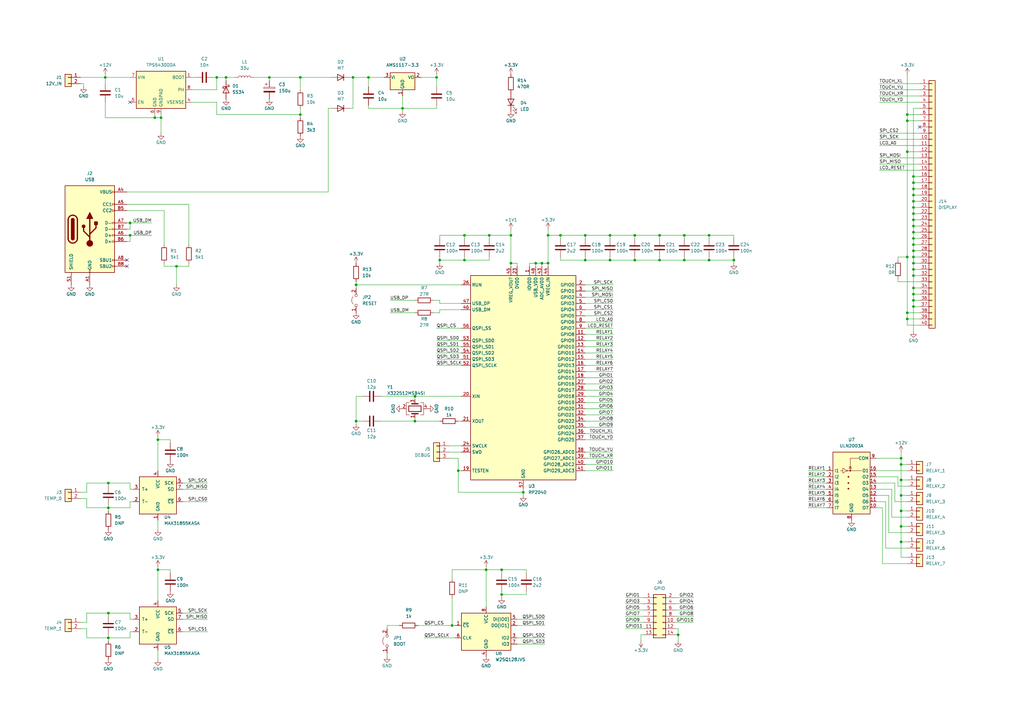
<source format=kicad_sch>
(kicad_sch (version 20211123) (generator eeschema)
  (paper "A3")
  (title_block (comment 1 "Resistors 1% tolerance unless otherwise noted"))
  (junction (at 374.65 90.17))
  (junction (at 44.45 198.12))
  (junction (at 260.35 96.52))
  (junction (at 374.65 97.79))
  (junction (at 372.11 46.99))
  (junction (at 151.13 31.75))
  (junction (at 374.65 85.09))
  (junction (at 180.34 106.68))
  (junction (at 209.55 96.52))
  (junction (at 374.65 92.71))
  (junction (at 374.65 72.39))
  (junction (at 205.74 243.84))
  (junction (at 372.11 49.53))
  (junction (at 280.67 96.52))
  (junction (at 374.65 120.65))
  (junction (at 190.5 106.68))
  (junction (at 369.57 196.85))
  (junction (at 280.67 106.68))
  (junction (at 53.34 91.44))
  (junction (at 224.79 107.95))
  (junction (at 374.65 87.63))
  (junction (at 240.03 96.52))
  (junction (at 270.51 96.52))
  (junction (at 270.51 106.68))
  (junction (at 179.07 31.75))
  (junction (at 374.65 113.03))
  (junction (at 123.19 31.75))
  (junction (at 199.39 233.68))
  (junction (at 110.49 31.75))
  (junction (at 185.42 256.54))
  (junction (at 250.19 106.68))
  (junction (at 190.5 96.52))
  (junction (at 250.19 96.52))
  (junction (at 278.13 260.35))
  (junction (at 224.79 96.52))
  (junction (at 372.11 105.41))
  (junction (at 92.71 31.75))
  (junction (at 44.45 208.28))
  (junction (at 290.83 96.52))
  (junction (at 222.25 107.95))
  (junction (at 146.05 172.72))
  (junction (at 219.71 107.95))
  (junction (at 72.39 109.22))
  (junction (at 187.96 193.04))
  (junction (at 374.65 125.73))
  (junction (at 369.57 222.25))
  (junction (at 369.57 203.2))
  (junction (at 200.66 96.52))
  (junction (at 165.1 44.45))
  (junction (at 229.87 96.52))
  (junction (at 374.65 100.33))
  (junction (at 374.65 107.95))
  (junction (at 372.11 130.81))
  (junction (at 66.04 48.26))
  (junction (at 44.45 251.46))
  (junction (at 372.11 128.27))
  (junction (at 374.65 102.87))
  (junction (at 43.18 31.75))
  (junction (at 63.5 48.26))
  (junction (at 170.18 162.56))
  (junction (at 374.65 118.11))
  (junction (at 260.35 106.68))
  (junction (at 369.57 190.5))
  (junction (at 369.57 215.9))
  (junction (at 64.77 233.68))
  (junction (at 374.65 123.19))
  (junction (at 374.65 77.47))
  (junction (at 369.57 209.55))
  (junction (at 170.18 172.72))
  (junction (at 240.03 106.68))
  (junction (at 300.99 106.68))
  (junction (at 214.63 201.93))
  (junction (at 374.65 105.41))
  (junction (at 369.57 187.96))
  (junction (at 374.65 95.25))
  (junction (at 88.9 31.75))
  (junction (at 146.05 116.84))
  (junction (at 53.34 96.52))
  (junction (at 144.78 31.75))
  (junction (at 374.65 80.01))
  (junction (at 374.65 82.55))
  (junction (at 374.65 74.93))
  (junction (at 64.77 180.34))
  (junction (at 209.55 107.95))
  (junction (at 123.19 46.99))
  (junction (at 290.83 106.68))
  (junction (at 205.74 233.68))
  (junction (at 372.11 62.23))
  (junction (at 44.45 261.62))
  (junction (at 374.65 110.49))
  (no_connect (at 53.34 41.91))
  (no_connect (at 377.19 52.07))
  (no_connect (at 52.07 109.22))
  (no_connect (at 52.07 106.68))
  (wire (pts (xy 300.99 105.41) (xy 300.99 106.68)))
  (wire (pts (xy 369.57 196.85) (xy 369.57 190.5)))
  (wire (pts (xy 212.09 254) (xy 223.52 254)))
  (wire (pts (xy 156.21 162.56) (xy 170.18 162.56)))
  (wire (pts (xy 72.39 109.22) (xy 72.39 116.84)))
  (wire (pts (xy 148.59 162.56) (xy 146.05 162.56)))
  (wire (pts (xy 110.49 31.75) (xy 123.19 31.75)))
  (wire (pts (xy 374.65 85.09) (xy 374.65 87.63)))
  (wire (pts (xy 260.35 106.68) (xy 270.51 106.68)))
  (wire (pts (xy 377.19 123.19) (xy 374.65 123.19)))
  (wire (pts (xy 53.34 205.74) (xy 54.61 205.74)))
  (wire (pts (xy 209.55 96.52) (xy 200.66 96.52)))
  (wire (pts (xy 369.57 196.85) (xy 372.11 196.85)))
  (wire (pts (xy 53.34 251.46) (xy 44.45 251.46)))
  (wire (pts (xy 217.17 107.95) (xy 219.71 107.95)))
  (wire (pts (xy 185.42 245.11) (xy 185.42 256.54)))
  (wire (pts (xy 63.5 46.99) (xy 63.5 48.26)))
  (wire (pts (xy 374.65 100.33) (xy 377.19 100.33)))
  (wire (pts (xy 374.65 113.03) (xy 374.65 118.11)))
  (wire (pts (xy 240.03 96.52) (xy 250.19 96.52)))
  (wire (pts (xy 360.68 36.83) (xy 377.19 36.83)))
  (wire (pts (xy 240.03 129.54) (xy 251.46 129.54)))
  (wire (pts (xy 151.13 31.75) (xy 157.48 31.75)))
  (wire (pts (xy 280.67 96.52) (xy 280.67 97.79)))
  (wire (pts (xy 374.65 125.73) (xy 374.65 135.89)))
  (wire (pts (xy 374.65 105.41) (xy 374.65 107.95)))
  (wire (pts (xy 240.03 154.94) (xy 251.46 154.94)))
  (wire (pts (xy 170.18 163.83) (xy 170.18 162.56)))
  (wire (pts (xy 331.47 208.28) (xy 339.09 208.28)))
  (wire (pts (xy 374.65 105.41) (xy 377.19 105.41)))
  (wire (pts (xy 33.02 31.75) (xy 43.18 31.75)))
  (wire (pts (xy 185.42 237.49) (xy 185.42 233.68)))
  (wire (pts (xy 78.74 41.91) (xy 88.9 41.91)))
  (wire (pts (xy 377.19 49.53) (xy 372.11 49.53)))
  (wire (pts (xy 187.96 172.72) (xy 189.23 172.72)))
  (wire (pts (xy 240.03 172.72) (xy 251.46 172.72)))
  (wire (pts (xy 151.13 44.45) (xy 165.1 44.45)))
  (wire (pts (xy 88.9 46.99) (xy 123.19 46.99)))
  (wire (pts (xy 374.65 85.09) (xy 377.19 85.09)))
  (wire (pts (xy 209.55 107.95) (xy 212.09 107.95)))
  (wire (pts (xy 35.56 251.46) (xy 35.56 255.27)))
  (wire (pts (xy 359.41 193.04) (xy 372.11 193.04)))
  (wire (pts (xy 179.07 35.56) (xy 179.07 31.75)))
  (wire (pts (xy 364.49 218.44) (xy 364.49 203.2)))
  (wire (pts (xy 276.86 257.81) (xy 278.13 257.81)))
  (wire (pts (xy 205.74 243.84) (xy 215.9 243.84)))
  (wire (pts (xy 170.18 172.72) (xy 180.34 172.72)))
  (wire (pts (xy 35.56 261.62) (xy 44.45 261.62)))
  (wire (pts (xy 44.45 251.46) (xy 35.56 251.46)))
  (wire (pts (xy 229.87 96.52) (xy 240.03 96.52)))
  (wire (pts (xy 359.41 187.96) (xy 369.57 187.96)))
  (wire (pts (xy 270.51 96.52) (xy 270.51 97.79)))
  (wire (pts (xy 374.65 118.11) (xy 374.65 120.65)))
  (wire (pts (xy 190.5 106.68) (xy 180.34 106.68)))
  (wire (pts (xy 260.35 96.52) (xy 260.35 97.79)))
  (wire (pts (xy 165.1 39.37) (xy 165.1 44.45)))
  (wire (pts (xy 374.65 90.17) (xy 374.65 92.71)))
  (wire (pts (xy 240.03 193.04) (xy 251.46 193.04)))
  (wire (pts (xy 170.18 162.56) (xy 189.23 162.56)))
  (wire (pts (xy 240.03 167.64) (xy 251.46 167.64)))
  (wire (pts (xy 250.19 96.52) (xy 260.35 96.52)))
  (wire (pts (xy 372.11 133.35) (xy 372.11 130.81)))
  (wire (pts (xy 64.77 270.51) (xy 64.77 266.7)))
  (wire (pts (xy 64.77 233.68) (xy 64.77 246.38)))
  (wire (pts (xy 187.96 201.93) (xy 214.63 201.93)))
  (wire (pts (xy 69.85 181.61) (xy 69.85 180.34)))
  (wire (pts (xy 240.03 152.4) (xy 251.46 152.4)))
  (wire (pts (xy 290.83 96.52) (xy 300.99 96.52)))
  (wire (pts (xy 165.1 44.45) (xy 179.07 44.45)))
  (wire (pts (xy 229.87 105.41) (xy 229.87 106.68)))
  (wire (pts (xy 184.15 185.42) (xy 189.23 185.42)))
  (wire (pts (xy 331.47 198.12) (xy 339.09 198.12)))
  (wire (pts (xy 53.34 96.52) (xy 62.23 96.52)))
  (wire (pts (xy 374.65 110.49) (xy 374.65 113.03)))
  (wire (pts (xy 240.03 149.86) (xy 251.46 149.86)))
  (wire (pts (xy 374.65 87.63) (xy 374.65 90.17)))
  (wire (pts (xy 199.39 233.68) (xy 199.39 248.92)))
  (wire (pts (xy 53.34 96.52) (xy 53.34 99.06)))
  (wire (pts (xy 360.68 57.15) (xy 377.19 57.15)))
  (wire (pts (xy 300.99 97.79) (xy 300.99 96.52)))
  (wire (pts (xy 360.68 41.91) (xy 377.19 41.91)))
  (wire (pts (xy 368.3 199.39) (xy 368.3 195.58)))
  (wire (pts (xy 180.34 105.41) (xy 180.34 106.68)))
  (wire (pts (xy 158.75 257.81) (xy 158.75 256.54)))
  (wire (pts (xy 374.65 80.01) (xy 377.19 80.01)))
  (wire (pts (xy 205.74 233.68) (xy 215.9 233.68)))
  (wire (pts (xy 52.07 78.74) (xy 134.62 78.74)))
  (wire (pts (xy 35.56 204.47) (xy 35.56 208.28)))
  (wire (pts (xy 180.34 123.19) (xy 180.34 124.46)))
  (wire (pts (xy 369.57 203.2) (xy 369.57 196.85)))
  (wire (pts (xy 74.93 251.46) (xy 85.09 251.46)))
  (wire (pts (xy 35.56 201.93) (xy 33.02 201.93)))
  (wire (pts (xy 360.68 54.61) (xy 377.19 54.61)))
  (wire (pts (xy 365.76 212.09) (xy 365.76 200.66)))
  (wire (pts (xy 219.71 107.95) (xy 219.71 109.22)))
  (wire (pts (xy 260.35 105.41) (xy 260.35 106.68)))
  (wire (pts (xy 240.03 106.68) (xy 250.19 106.68)))
  (wire (pts (xy 377.19 130.81) (xy 372.11 130.81)))
  (wire (pts (xy 240.03 121.92) (xy 251.46 121.92)))
  (wire (pts (xy 278.13 262.89) (xy 278.13 260.35)))
  (wire (pts (xy 143.51 31.75) (xy 144.78 31.75)))
  (wire (pts (xy 177.8 128.27) (xy 180.34 128.27)))
  (wire (pts (xy 374.65 92.71) (xy 374.65 95.25)))
  (wire (pts (xy 240.03 96.52) (xy 240.03 97.79)))
  (wire (pts (xy 53.34 208.28) (xy 53.34 205.74)))
  (wire (pts (xy 209.55 107.95) (xy 209.55 96.52)))
  (wire (pts (xy 224.79 107.95) (xy 224.79 109.22)))
  (wire (pts (xy 44.45 261.62) (xy 44.45 262.89)))
  (wire (pts (xy 374.65 107.95) (xy 377.19 107.95)))
  (wire (pts (xy 144.78 44.45) (xy 144.78 31.75)))
  (wire (pts (xy 54.61 254) (xy 53.34 254)))
  (wire (pts (xy 123.19 46.99) (xy 123.19 48.26)))
  (wire (pts (xy 185.42 233.68) (xy 199.39 233.68)))
  (wire (pts (xy 224.79 93.98) (xy 224.79 96.52)))
  (wire (pts (xy 64.77 180.34) (xy 64.77 193.04)))
  (wire (pts (xy 224.79 96.52) (xy 229.87 96.52)))
  (wire (pts (xy 180.34 106.68) (xy 180.34 107.95)))
  (wire (pts (xy 374.65 80.01) (xy 374.65 82.55)))
  (wire (pts (xy 374.65 82.55) (xy 374.65 85.09)))
  (wire (pts (xy 361.95 231.14) (xy 361.95 208.28)))
  (wire (pts (xy 276.86 250.19) (xy 284.48 250.19)))
  (wire (pts (xy 276.86 245.11) (xy 284.48 245.11)))
  (wire (pts (xy 374.65 125.73) (xy 377.19 125.73)))
  (wire (pts (xy 278.13 257.81) (xy 278.13 260.35)))
  (wire (pts (xy 374.65 113.03) (xy 377.19 113.03)))
  (wire (pts (xy 377.19 46.99) (xy 372.11 46.99)))
  (wire (pts (xy 372.11 228.6) (xy 369.57 228.6)))
  (wire (pts (xy 377.19 133.35) (xy 372.11 133.35)))
  (wire (pts (xy 256.54 255.27) (xy 264.16 255.27)))
  (wire (pts (xy 256.54 257.81) (xy 264.16 257.81)))
  (wire (pts (xy 146.05 172.72) (xy 146.05 173.99)))
  (wire (pts (xy 44.45 198.12) (xy 44.45 199.39)))
  (wire (pts (xy 88.9 36.83) (xy 88.9 31.75)))
  (wire (pts (xy 146.05 115.57) (xy 146.05 116.84)))
  (wire (pts (xy 224.79 96.52) (xy 224.79 107.95)))
  (wire (pts (xy 372.11 130.81) (xy 372.11 128.27)))
  (wire (pts (xy 179.07 144.78) (xy 189.23 144.78)))
  (wire (pts (xy 44.45 208.28) (xy 53.34 208.28)))
  (wire (pts (xy 53.34 91.44) (xy 62.23 91.44)))
  (wire (pts (xy 229.87 106.68) (xy 240.03 106.68)))
  (wire (pts (xy 180.34 97.79) (xy 180.34 96.52)))
  (wire (pts (xy 54.61 200.66) (xy 53.34 200.66)))
  (wire (pts (xy 212.09 264.16) (xy 223.52 264.16)))
  (wire (pts (xy 64.77 233.68) (xy 69.85 233.68)))
  (wire (pts (xy 250.19 105.41) (xy 250.19 106.68)))
  (wire (pts (xy 374.65 123.19) (xy 374.65 125.73)))
  (wire (pts (xy 187.96 187.96) (xy 187.96 193.04)))
  (wire (pts (xy 123.19 36.83) (xy 123.19 31.75)))
  (wire (pts (xy 377.19 44.45) (xy 374.65 44.45)))
  (wire (pts (xy 88.9 31.75) (xy 92.71 31.75)))
  (wire (pts (xy 276.86 255.27) (xy 284.48 255.27)))
  (wire (pts (xy 144.78 31.75) (xy 151.13 31.75)))
  (wire (pts (xy 151.13 43.18) (xy 151.13 44.45)))
  (wire (pts (xy 369.57 222.25) (xy 372.11 222.25)))
  (wire (pts (xy 179.07 142.24) (xy 189.23 142.24)))
  (wire (pts (xy 240.03 180.34) (xy 251.46 180.34)))
  (wire (pts (xy 179.07 30.48) (xy 179.07 31.75)))
  (wire (pts (xy 199.39 232.41) (xy 199.39 233.68)))
  (wire (pts (xy 44.45 260.35) (xy 44.45 261.62)))
  (wire (pts (xy 215.9 234.95) (xy 215.9 233.68)))
  (wire (pts (xy 33.02 257.81) (xy 35.56 257.81)))
  (wire (pts (xy 369.57 215.9) (xy 372.11 215.9)))
  (wire (pts (xy 360.68 67.31) (xy 377.19 67.31)))
  (wire (pts (xy 63.5 48.26) (xy 66.04 48.26)))
  (wire (pts (xy 369.57 203.2) (xy 372.11 203.2)))
  (wire (pts (xy 270.51 96.52) (xy 280.67 96.52)))
  (wire (pts (xy 331.47 200.66) (xy 339.09 200.66)))
  (wire (pts (xy 77.47 100.33) (xy 77.47 83.82)))
  (wire (pts (xy 260.35 96.52) (xy 270.51 96.52)))
  (wire (pts (xy 372.11 62.23) (xy 377.19 62.23)))
  (wire (pts (xy 369.57 209.55) (xy 369.57 203.2)))
  (wire (pts (xy 44.45 207.01) (xy 44.45 208.28)))
  (wire (pts (xy 53.34 261.62) (xy 53.34 259.08)))
  (wire (pts (xy 368.3 105.41) (xy 372.11 105.41)))
  (wire (pts (xy 156.21 172.72) (xy 170.18 172.72)))
  (wire (pts (xy 67.31 109.22) (xy 72.39 109.22)))
  (wire (pts (xy 134.62 78.74) (xy 134.62 44.45)))
  (wire (pts (xy 53.34 254) (xy 53.34 251.46)))
  (wire (pts (xy 290.83 106.68) (xy 300.99 106.68)))
  (wire (pts (xy 256.54 252.73) (xy 264.16 252.73)))
  (wire (pts (xy 374.65 92.71) (xy 377.19 92.71)))
  (wire (pts (xy 240.03 147.32) (xy 251.46 147.32)))
  (wire (pts (xy 374.65 72.39) (xy 374.65 74.93)))
  (wire (pts (xy 151.13 31.75) (xy 151.13 35.56)))
  (wire (pts (xy 66.04 48.26) (xy 66.04 54.61)))
  (wire (pts (xy 240.03 190.5) (xy 251.46 190.5)))
  (wire (pts (xy 372.11 199.39) (xy 368.3 199.39)))
  (wire (pts (xy 205.74 245.11) (xy 205.74 243.84)))
  (wire (pts (xy 276.86 252.73) (xy 284.48 252.73)))
  (wire (pts (xy 360.68 34.29) (xy 377.19 34.29)))
  (wire (pts (xy 158.75 267.97) (xy 158.75 269.24)))
  (wire (pts (xy 374.65 90.17) (xy 377.19 90.17)))
  (wire (pts (xy 359.41 203.2) (xy 364.49 203.2)))
  (wire (pts (xy 331.47 205.74) (xy 339.09 205.74)))
  (wire (pts (xy 148.59 172.72) (xy 146.05 172.72)))
  (wire (pts (xy 66.04 46.99) (xy 66.04 48.26)))
  (wire (pts (xy 88.9 31.75) (xy 87.63 31.75)))
  (wire (pts (xy 200.66 96.52) (xy 200.66 97.79)))
  (wire (pts (xy 360.68 59.69) (xy 377.19 59.69)))
  (wire (pts (xy 240.03 132.08) (xy 251.46 132.08)))
  (wire (pts (xy 240.03 119.38) (xy 251.46 119.38)))
  (wire (pts (xy 212.09 109.22) (xy 212.09 107.95)))
  (wire (pts (xy 372.11 30.48) (xy 372.11 46.99)))
  (wire (pts (xy 369.57 190.5) (xy 369.57 187.96)))
  (wire (pts (xy 374.65 107.95) (xy 374.65 110.49)))
  (wire (pts (xy 374.65 87.63) (xy 377.19 87.63)))
  (wire (pts (xy 173.99 261.62) (xy 186.69 261.62)))
  (wire (pts (xy 78.74 36.83) (xy 88.9 36.83)))
  (wire (pts (xy 374.65 74.93) (xy 377.19 74.93)))
  (wire (pts (xy 240.03 177.8) (xy 251.46 177.8)))
  (wire (pts (xy 280.67 105.41) (xy 280.67 106.68)))
  (wire (pts (xy 374.65 118.11) (xy 377.19 118.11)))
  (wire (pts (xy 240.03 185.42) (xy 251.46 185.42)))
  (wire (pts (xy 74.93 198.12) (xy 85.09 198.12)))
  (wire (pts (xy 189.23 193.04) (xy 187.96 193.04)))
  (wire (pts (xy 219.71 107.95) (xy 222.25 107.95)))
  (wire (pts (xy 374.65 74.93) (xy 374.65 77.47)))
  (wire (pts (xy 52.07 99.06) (xy 53.34 99.06)))
  (wire (pts (xy 180.34 124.46) (xy 189.23 124.46)))
  (wire (pts (xy 69.85 234.95) (xy 69.85 233.68)))
  (wire (pts (xy 276.86 260.35) (xy 278.13 260.35)))
  (wire (pts (xy 222.25 107.95) (xy 222.25 109.22)))
  (wire (pts (xy 74.93 259.08) (xy 85.09 259.08)))
  (wire (pts (xy 53.34 31.75) (xy 43.18 31.75)))
  (wire (pts (xy 205.74 233.68) (xy 199.39 233.68)))
  (wire (pts (xy 180.34 96.52) (xy 190.5 96.52)))
  (wire (pts (xy 180.34 127) (xy 189.23 127)))
  (wire (pts (xy 74.93 205.74) (xy 85.09 205.74)))
  (wire (pts (xy 240.03 157.48) (xy 251.46 157.48)))
  (wire (pts (xy 64.77 179.07) (xy 64.77 180.34)))
  (wire (pts (xy 200.66 106.68) (xy 190.5 106.68)))
  (wire (pts (xy 146.05 116.84) (xy 146.05 118.11)))
  (wire (pts (xy 361.95 208.28) (xy 359.41 208.28)))
  (wire (pts (xy 331.47 193.04) (xy 339.09 193.04)))
  (wire (pts (xy 240.03 162.56) (xy 251.46 162.56)))
  (wire (pts (xy 146.05 162.56) (xy 146.05 172.72)))
  (wire (pts (xy 374.65 102.87) (xy 374.65 105.41)))
  (wire (pts (xy 43.18 41.91) (xy 43.18 48.26)))
  (wire (pts (xy 158.75 256.54) (xy 163.83 256.54)))
  (wire (pts (xy 160.02 123.19) (xy 170.18 123.19)))
  (wire (pts (xy 300.99 106.68) (xy 300.99 107.95)))
  (wire (pts (xy 240.03 187.96) (xy 251.46 187.96)))
  (wire (pts (xy 374.65 110.49) (xy 377.19 110.49)))
  (wire (pts (xy 190.5 105.41) (xy 190.5 106.68)))
  (wire (pts (xy 187.96 193.04) (xy 187.96 201.93)))
  (wire (pts (xy 359.41 200.66) (xy 365.76 200.66)))
  (wire (pts (xy 369.57 222.25) (xy 369.57 215.9)))
  (wire (pts (xy 374.65 95.25) (xy 377.19 95.25)))
  (wire (pts (xy 240.03 144.78) (xy 251.46 144.78)))
  (wire (pts (xy 67.31 86.36) (xy 67.31 100.33)))
  (wire (pts (xy 369.57 190.5) (xy 372.11 190.5)))
  (wire (pts (xy 179.07 147.32) (xy 189.23 147.32)))
  (wire (pts (xy 240.03 105.41) (xy 240.03 106.68)))
  (wire (pts (xy 270.51 105.41) (xy 270.51 106.68)))
  (wire (pts (xy 177.8 123.19) (xy 180.34 123.19)))
  (wire (pts (xy 262.89 260.35) (xy 262.89 262.89)))
  (wire (pts (xy 35.56 198.12) (xy 35.56 201.93)))
  (wire (pts (xy 35.56 208.28) (xy 44.45 208.28)))
  (wire (pts (xy 276.86 247.65) (xy 284.48 247.65)))
  (wire (pts (xy 240.03 165.1) (xy 251.46 165.1)))
  (wire (pts (xy 374.65 77.47) (xy 374.65 80.01)))
  (wire (pts (xy 240.03 142.24) (xy 251.46 142.24)))
  (wire (pts (xy 64.77 217.17) (xy 64.77 213.36)))
  (wire (pts (xy 262.89 260.35) (xy 264.16 260.35)))
  (wire (pts (xy 184.15 187.96) (xy 187.96 187.96)))
  (wire (pts (xy 240.03 160.02) (xy 251.46 160.02)))
  (wire (pts (xy 240.03 134.62) (xy 251.46 134.62)))
  (wire (pts (xy 214.63 201.93) (xy 214.63 200.66)))
  (wire (pts (xy 374.65 120.65) (xy 374.65 123.19)))
  (wire (pts (xy 240.03 137.16) (xy 251.46 137.16)))
  (wire (pts (xy 359.41 195.58) (xy 368.3 195.58)))
  (wire (pts (xy 374.65 95.25) (xy 374.65 97.79)))
  (wire (pts (xy 214.63 203.2) (xy 214.63 201.93)))
  (wire (pts (xy 212.09 256.54) (xy 223.52 256.54)))
  (wire (pts (xy 367.03 198.12) (xy 359.41 198.12)))
  (wire (pts (xy 372.11 224.79) (xy 363.22 224.79)))
  (wire (pts (xy 280.67 96.52) (xy 290.83 96.52)))
  (wire (pts (xy 200.66 105.41) (xy 200.66 106.68)))
  (wire (pts (xy 77.47 109.22) (xy 77.47 107.95)))
  (wire (pts (xy 372.11 205.74) (xy 367.03 205.74)))
  (wire (pts (xy 160.02 128.27) (xy 170.18 128.27)))
  (wire (pts (xy 179.07 149.86) (xy 189.23 149.86)))
  (wire (pts (xy 143.51 44.45) (xy 144.78 44.45)))
  (wire (pts (xy 67.31 107.95) (xy 67.31 109.22)))
  (wire (pts (xy 52.07 86.36) (xy 67.31 86.36)))
  (wire (pts (xy 377.19 128.27) (xy 372.11 128.27)))
  (wire (pts (xy 372.11 49.53) (xy 372.11 46.99)))
  (wire (pts (xy 256.54 247.65) (xy 264.16 247.65)))
  (wire (pts (xy 170.18 171.45) (xy 170.18 172.72)))
  (wire (pts (xy 44.45 208.28) (xy 44.45 209.55)))
  (wire (pts (xy 64.77 180.34) (xy 69.85 180.34)))
  (wire (pts (xy 372.11 212.09) (xy 365.76 212.09)))
  (wire (pts (xy 43.18 31.75) (xy 43.18 34.29)))
  (wire (pts (xy 217.17 109.22) (xy 217.17 107.95)))
  (wire (pts (xy 240.03 127) (xy 251.46 127)))
  (wire (pts (xy 190.5 96.52) (xy 200.66 96.52)))
  (wire (pts (xy 34.29 34.29) (xy 34.29 35.56)))
  (wire (pts (xy 250.19 96.52) (xy 250.19 97.79)))
  (wire (pts (xy 209.55 109.22) (xy 209.55 107.95)))
  (wire (pts (xy 53.34 259.08) (xy 54.61 259.08)))
  (wire (pts (xy 360.68 69.85) (xy 377.19 69.85)))
  (wire (pts (xy 43.18 48.26) (xy 63.5 48.26)))
  (wire (pts (xy 53.34 91.44) (xy 53.34 93.98)))
  (wire (pts (xy 179.07 139.7) (xy 189.23 139.7)))
  (wire (pts (xy 372.11 231.14) (xy 361.95 231.14)))
  (wire (pts (xy 270.51 106.68) (xy 280.67 106.68)))
  (wire (pts (xy 44.45 261.62) (xy 53.34 261.62)))
  (wire (pts (xy 165.1 45.72) (xy 165.1 44.45)))
  (wire (pts (xy 368.3 114.3) (xy 368.3 115.57)))
  (wire (pts (xy 369.57 209.55) (xy 372.11 209.55)))
  (wire (pts (xy 290.83 105.41) (xy 290.83 106.68)))
  (wire (pts (xy 44.45 251.46) (xy 44.45 252.73)))
  (wire (pts (xy 215.9 242.57) (xy 215.9 243.84)))
  (wire (pts (xy 52.07 96.52) (xy 53.34 96.52)))
  (wire (pts (xy 368.3 115.57) (xy 377.19 115.57)))
  (wire (pts (xy 372.11 62.23) (xy 372.11 105.41)))
  (wire (pts (xy 240.03 139.7) (xy 251.46 139.7)))
  (wire (pts (xy 110.49 31.75) (xy 110.49 33.02)))
  (wire (pts (xy 88.9 41.91) (xy 88.9 46.99)))
  (wire (pts (xy 146.05 116.84) (xy 189.23 116.84)))
  (wire (pts (xy 52.07 91.44) (xy 53.34 91.44)))
  (wire (pts (xy 74.93 200.66) (xy 85.09 200.66)))
  (wire (pts (xy 179.07 134.62) (xy 189.23 134.62)))
  (wire (pts (xy 180.34 128.27) (xy 180.34 127)))
  (wire (pts (xy 212.09 261.62) (xy 223.52 261.62)))
  (wire (pts (xy 372.11 218.44) (xy 364.49 218.44)))
  (wire (pts (xy 331.47 195.58) (xy 339.09 195.58)))
  (wire (pts (xy 72.39 109.22) (xy 77.47 109.22)))
  (wire (pts (xy 363.22 205.74) (xy 359.41 205.74)))
  (wire (pts (xy 369.57 228.6) (xy 369.57 222.25)))
  (wire (pts (xy 74.93 254) (xy 85.09 254)))
  (wire (pts (xy 171.45 256.54) (xy 185.42 256.54)))
  (wire (pts (xy 369.57 215.9) (xy 369.57 209.55)))
  (wire (pts (xy 185.42 256.54) (xy 186.69 256.54)))
  (wire (pts (xy 240.03 116.84) (xy 251.46 116.84)))
  (wire (pts (xy 240.03 170.18) (xy 251.46 170.18)))
  (wire (pts (xy 372.11 105.41) (xy 372.11 128.27)))
  (wire (pts (xy 35.56 257.81) (xy 35.56 261.62)))
  (wire (pts (xy 35.56 255.27) (xy 33.02 255.27)))
  (wire (pts (xy 374.65 100.33) (xy 374.65 102.87)))
  (wire (pts (xy 372.11 49.53) (xy 372.11 62.23)))
  (wire (pts (xy 33.02 34.29) (xy 34.29 34.29)))
  (wire (pts (xy 256.54 250.19) (xy 264.16 250.19)))
  (wire (pts (xy 209.55 93.98) (xy 209.55 96.52)))
  (wire (pts (xy 374.65 44.45) (xy 374.65 72.39)))
  (wire (pts (xy 44.45 198.12) (xy 35.56 198.12)))
  (wire (pts (xy 172.72 31.75) (xy 179.07 31.75)))
  (wire (pts (xy 222.25 107.95) (xy 224.79 107.95)))
  (wire (pts (xy 53.34 198.12) (xy 44.45 198.12)))
  (wire (pts (xy 250.19 106.68) (xy 260.35 106.68)))
  (wire (pts (xy 374.65 120.65) (xy 377.19 120.65)))
  (wire (pts (xy 184.15 182.88) (xy 189.23 182.88)))
  (wire (pts (xy 290.83 96.52) (xy 290.83 97.79)))
  (wire (pts (xy 52.07 83.82) (xy 77.47 83.82)))
  (wire (pts (xy 33.02 204.47) (xy 35.56 204.47)))
  (wire (pts (xy 367.03 205.74) (xy 367.03 198.12)))
  (wire (pts (xy 368.3 106.68) (xy 368.3 105.41)))
  (wire (pts (xy 92.71 33.02) (xy 92.71 31.75)))
  (wire (pts (xy 360.68 39.37) (xy 377.19 39.37)))
  (wire (pts (xy 205.74 234.95) (xy 205.74 233.68)))
  (wire (pts (xy 369.57 185.42) (xy 369.57 187.96)))
  (wire (pts (xy 360.68 64.77) (xy 377.19 64.77)))
  (wire (pts (xy 374.65 97.79) (xy 374.65 100.33)))
  (wire (pts (xy 78.74 31.75) (xy 80.01 31.75)))
  (wire (pts (xy 134.62 44.45) (xy 135.89 44.45)))
  (wire (pts (xy 104.14 31.75) (xy 110.49 31.75)))
  (wire (pts (xy 53.34 200.66) (xy 53.34 198.12)))
  (wire (pts (xy 363.22 224.79) (xy 363.22 205.74)))
  (wire (pts (xy 240.03 175.26) (xy 251.46 175.26)))
  (wire (pts (xy 374.65 102.87) (xy 377.19 102.87)))
  (wire (pts (xy 190.5 96.52) (xy 190.5 97.79)))
  (wire (pts (xy 43.18 30.48) (xy 43.18 31.75)))
  (wire (pts (xy 280.67 106.68) (xy 290.83 106.68)))
  (wire (pts (xy 205.74 243.84) (xy 205.74 242.57)))
  (wire (pts (xy 240.03 124.46) (xy 251.46 124.46)))
  (wire (pts (xy 229.87 96.52) (xy 229.87 97.79)))
  (wire (pts (xy 179.07 43.18) (xy 179.07 44.45)))
  (wire (pts (xy 123.19 31.75) (xy 135.89 31.75)))
  (wire (pts (xy 256.54 245.11) (xy 264.16 245.11)))
  (wire (pts (xy 374.65 97.79) (xy 377.19 97.79)))
  (wire (pts (xy 123.19 44.45) (xy 123.19 46.99)))
  (wire (pts (xy 331.47 203.2) (xy 339.09 203.2)))
  (wire (pts (xy 374.65 77.47) (xy 377.19 77.47)))
  (wire (pts (xy 374.65 72.39) (xy 377.19 72.39)))
  (wire (pts (xy 92.71 31.75) (xy 96.52 31.75)))
  (wire (pts (xy 52.07 93.98) (xy 53.34 93.98)))
  (wire (pts (xy 374.65 82.55) (xy 377.19 82.55)))
  (wire (pts (xy 64.77 232.41) (xy 64.77 233.68)))
  (label "GPIO4" (at 284.48 247.65 180))
  (label "QSPI_SD1" (at 223.52 256.54 180))
  (label "TOUCH_XL" (at 251.46 177.8 180))
  (label "RELAY7" (at 251.46 152.4 180))
  (label "GPIO7" (at 251.46 170.18 180))
  (label "GPIO6" (at 284.48 250.19 180))
  (label "RELAY5" (at 251.46 147.32 180))
  (label "QSPI_SD3" (at 223.52 264.16 180))
  (label "GPIO3" (at 251.46 160.02 180))
  (label "TOUCH_XR" (at 251.46 187.96 180))
  (label "QSPI_SD2" (at 179.07 144.78 0))
  (label "RELAY4" (at 331.47 200.66 0))
  (label "QSPI_CS" (at 173.99 256.54 0))
  (label "RELAY6" (at 251.46 149.86 180))
  (label "TOUCH_YD" (at 251.46 180.34 180))
  (label "GPIO6" (at 251.46 167.64 180))
  (label "TOUCH_YD" (at 360.68 41.91 0))
  (label "GPIO3" (at 256.54 247.65 0))
  (label "RELAY4" (at 251.46 144.78 180))
  (label "LCD_A0" (at 251.46 132.08 180))
  (label "SPI_CS1" (at 85.09 259.08 180))
  (label "QSPI_SD0" (at 223.52 254 180))
  (label "QSPI_SCLK" (at 179.07 149.86 0))
  (label "GPIO8" (at 284.48 252.73 180))
  (label "GPIO8" (at 251.46 172.72 180))
  (label "GPIO2" (at 284.48 245.11 180))
  (label "TOUCH_YU" (at 251.46 185.42 180))
  (label "RELAY1" (at 251.46 137.16 180))
  (label "RELAY5" (at 331.47 203.2 0))
  (label "QSPI_CS" (at 179.07 134.62 0))
  (label "GPIO11" (at 256.54 257.81 0))
  (label "GPIO11" (at 251.46 193.04 180))
  (label "GPIO2" (at 251.46 157.48 180))
  (label "RELAY7" (at 331.47 208.28 0))
  (label "SPI_MOSI" (at 251.46 121.92 180))
  (label "RELAY3" (at 331.47 198.12 0))
  (label "SPI_MISO" (at 85.09 200.66 180))
  (label "TOUCH_YU" (at 360.68 36.83 0))
  (label "GPIO1" (at 251.46 154.94 180))
  (label "USB_DP" (at 160.02 123.19 0))
  (label "TOUCH_XR" (at 360.68 39.37 0))
  (label "SPI_SCK" (at 85.09 198.12 180))
  (label "SPI_SCK" (at 85.09 251.46 180))
  (label "GPIO9" (at 256.54 255.27 0))
  (label "LCD_A0" (at 360.68 59.69 0))
  (label "GPIO5" (at 256.54 250.19 0))
  (label "SPI_SCK" (at 251.46 116.84 180))
  (label "RELAY3" (at 251.46 142.24 180))
  (label "SPI_MISO" (at 251.46 119.38 180))
  (label "QSPI_SD2" (at 223.52 261.62 180))
  (label "USB_DM" (at 160.02 128.27 0))
  (label "SPI_CS0" (at 251.46 124.46 180))
  (label "USB_DP" (at 62.23 96.52 180))
  (label "SPI_SCK" (at 360.68 57.15 0))
  (label "RELAY6" (at 331.47 205.74 0))
  (label "QSPI_SD3" (at 179.07 147.32 0))
  (label "SPI_MOSI" (at 360.68 64.77 0))
  (label "GPIO9" (at 251.46 175.26 180))
  (label "GPIO1" (at 256.54 245.11 0))
  (label "QSPI_SD1" (at 179.07 142.24 0))
  (label "GPIO4" (at 251.46 162.56 180))
  (label "RELAY2" (at 331.47 195.58 0))
  (label "QSPI_SCLK" (at 173.99 261.62 0))
  (label "USB_DM" (at 62.23 91.44 180))
  (label "GPIO5" (at 251.46 165.1 180))
  (label "QSPI_SD0" (at 179.07 139.7 0))
  (label "SPI_MISO" (at 360.68 67.31 0))
  (label "SPI_MISO" (at 85.09 254 180))
  (label "LCD_RESET" (at 360.68 69.85 0))
  (label "TOUCH_XL" (at 360.68 34.29 0))
  (label "SPI_CS2" (at 251.46 129.54 180))
  (label "SPI_CS0" (at 85.09 205.74 180))
  (label "LCD_RESET" (at 251.46 134.62 180))
  (label "GPIO7" (at 256.54 252.73 0))
  (label "SPI_CS2" (at 360.68 54.61 0))
  (label "GPIO10" (at 284.48 255.27 180))
  (label "GPIO10" (at 251.46 190.5 180))
  (label "RELAY2" (at 251.46 139.7 180))
  (label "RELAY1" (at 331.47 193.04 0))
  (label "SPI_CS1" (at 251.46 127 180))
  (symbol (lib_id "power:GND") (at 146.05 173.99 0) (unit 1)
    (property "Reference" "#PWR09" (effects hide))
    (property "Value" "GND" (at 146.05 177.8 0))
  )
  (symbol (lib_id "Device:C") (at 300.99 101.6 0) (unit 1)
    (property "Reference" "C24" (at 303.53 100.33 0) (effects (justify left)))
    (property "Value" "100n" (at 303.53 102.87 0) (effects (justify left)))
    (property "Footprint" "Capacitor_SMD:C_0402_1005Metric" (effects hide))
    (property "Datasheet" "https://jlcpcb.com/partdetail/1877-CL05B104KO5NNNC/C1525" (effects hide))
    (property "LCSC" "C1525" (effects hide))
    (property "Power" "-" (effects hide))
    (property "Tolerance" "10%" (effects hide))
    (property "Voltage" "16V" (effects hide))
  )
  (symbol (lib_id "Device:C") (at 43.18 38.1 0) (unit 1)
    (property "Reference" "C1" (at 46.99 36.83 0) (effects (justify left)))
    (property "Value" "10u" (at 46.99 39.37 0) (effects (justify left)))
    (property "Footprint" "Capacitor_SMD:C_0805_2012Metric" (effects hide))
    (property "Datasheet" "https://jlcpcb.com/partdetail/16532-CL21A106KAYNNNE/C15850" (effects hide))
    (property "LCSC" "C15850" (effects hide))
    (property "Power" "-" (effects hide))
    (property "Tolerance" "10%" (effects hide))
    (property "Voltage" "25V" (effects hide))
  )
  (symbol (lib_id "Device:C") (at 44.45 256.54 0) (unit 1)
    (property "Reference" "C7" (at 46.99 255.27 0) (effects (justify left)))
    (property "Value" "100n" (at 46.99 257.81 0) (effects (justify left)))
    (property "Footprint" "Capacitor_SMD:C_0402_1005Metric" (effects hide))
    (property "Datasheet" "https://jlcpcb.com/partdetail/1877-CL05B104KO5NNNC/C1525" (effects hide))
    (property "LCSC" "C1525" (effects hide))
    (property "Power" "-" (effects hide))
    (property "Tolerance" "10%" (effects hide))
    (property "Voltage" "16V" (effects hide))
  )
  (symbol (lib_id "Device:C") (at 280.67 101.6 0) (unit 1)
    (property "Reference" "C22" (at 283.21 100.33 0) (effects (justify left)))
    (property "Value" "100n" (at 283.21 102.87 0) (effects (justify left)))
    (property "Footprint" "Capacitor_SMD:C_0402_1005Metric" (effects hide))
    (property "Datasheet" "https://jlcpcb.com/partdetail/1877-CL05B104KO5NNNC/C1525" (effects hide))
    (property "LCSC" "C1525" (effects hide))
    (property "Power" "-" (effects hide))
    (property "Tolerance" "10%" (effects hide))
    (property "Voltage" "16V" (effects hide))
  )
  (symbol (lib_id "Device:C") (at 205.74 238.76 0) (unit 1)
    (property "Reference" "C15" (at 208.28 237.49 0) (effects (justify left)))
    (property "Value" "100n" (at 208.28 240.03 0) (effects (justify left)))
    (property "Footprint" "Capacitor_SMD:C_0402_1005Metric" (effects hide))
    (property "Datasheet" "https://jlcpcb.com/partdetail/1877-CL05B104KO5NNNC/C1525" (effects hide))
    (property "LCSC" "C1525" (effects hide))
    (property "Power" "-" (effects hide))
    (property "Tolerance" "10%" (effects hide))
    (property "Voltage" "16V" (effects hide))
  )
  (symbol (lib_id "Sensor_Temperature:MAX31855KASA") (at 64.77 256.54 0) (unit 1)
    (property "Reference" "U5" (at 67.31 265.43 0) (effects (justify left)))
    (property "Value" "MAX31855KASA" (at 67.31 267.97 0) (effects (justify left)))
    (property "Footprint" "Package_SO:SOIC-8_3.9x4.9mm_P1.27mm" (effects hide))
    (property "Datasheet" "https://jlcpcb.com/partdetail/MaximIntegrated-MAX31855KASAT/C52028" (effects hide))
    (property "LCSC" "C52028" (effects hide))
    (property "Power" "-" (effects hide))
    (property "Tolerance" "-" (effects hide))
    (property "Voltage" "-" (effects hide))
  )
  (symbol (lib_id "power:+12V") (at 369.57 185.42 0) (unit 1)
    (property "Reference" "#PWR022" (effects hide))
    (property "Value" "+12V" (at 369.57 181.61 0))
  )
  (symbol (lib_id "Connector_Generic:Conn_01x02") (at 27.94 255.27 0) (mirror y) (unit 1)
    (property "Reference" "J4" (at 25.4 255.27 0) (effects (justify left)))
    (property "Value" "TEMP_1" (at 25.4 257.81 0) (effects (justify left)))
    (property "Footprint" "TerminalBlock_MetzConnect:TerminalBlock_MetzConnect_Type059_RT06302HBWC_1x02_P3.50mm_Horizontal" (effects hide))
    (property "Datasheet" "-" (effects hide))
    (property "Power" "-" (effects hide))
    (property "Tolerance" "-" (effects hide))
    (property "LCSC" "-" (effects hide))
    (property "Voltage" "-" (effects hide))
  )
  (symbol (lib_id "Connector_Generic:Conn_01x02") (at 27.94 201.93 0) (mirror y) (unit 1)
    (property "Reference" "J3" (at 25.4 201.93 0) (effects (justify left)))
    (property "Value" "TEMP_0" (at 25.4 204.47 0) (effects (justify left)))
    (property "Footprint" "TerminalBlock_MetzConnect:TerminalBlock_MetzConnect_Type059_RT06302HBWC_1x02_P3.50mm_Horizontal" (effects hide))
    (property "Datasheet" "-" (effects hide))
    (property "Power" "-" (effects hide))
    (property "Tolerance" "-" (effects hide))
    (property "LCSC" "-" (effects hide))
    (property "Voltage" "-" (effects hide))
  )
  (symbol (lib_id "power:+3.3V") (at 372.11 30.48 0) (unit 1)
    (property "Reference" "#PWR023" (effects hide))
    (property "Value" "+3.3V" (at 372.11 26.67 0))
  )
  (symbol (lib_id "Device:R") (at 173.99 123.19 90) (unit 1)
    (property "Reference" "R7" (at 173.99 118.11 90))
    (property "Value" "27R" (at 173.99 120.65 90))
    (property "Footprint" "Resistor_SMD:R_0603_1608Metric" (effects hide))
    (property "Datasheet" "https://jlcpcb.com/partdetail/25933-0603WAF270JT5E/C25190" (effects hide))
    (property "LCSC" "C25190" (effects hide))
    (property "Power" "100mW" (effects hide))
    (property "Tolerance" "1%" (effects hide))
    (property "Voltage" "-" (effects hide))
  )
  (symbol (lib_id "Device:C") (at 44.45 203.2 0) (unit 1)
    (property "Reference" "C6" (at 46.99 201.93 0) (effects (justify left)))
    (property "Value" "100n" (at 46.99 204.47 0) (effects (justify left)))
    (property "Footprint" "Capacitor_SMD:C_0402_1005Metric" (effects hide))
    (property "Datasheet" "https://jlcpcb.com/partdetail/1877-CL05B104KO5NNNC/C1525" (effects hide))
    (property "LCSC" "C1525" (effects hide))
    (property "Power" "-" (effects hide))
    (property "Tolerance" "10%" (effects hide))
    (property "Voltage" "16V" (effects hide))
  )
  (symbol (lib_id "power:+3.3V") (at 262.89 262.89 180) (unit 1)
    (property "Reference" "#PWR0113" (effects hide))
    (property "Value" "+3.3V" (at 262.89 266.7 0))
  )
  (symbol (lib_id "Device:C") (at 152.4 172.72 90) (unit 1)
    (property "Reference" "C11" (at 152.4 176.53 90))
    (property "Value" "12p" (at 152.4 179.07 90))
    (property "Footprint" "Capacitor_SMD:C_0402_1005Metric" (effects hide))
    (property "Datasheet" "https://jlcpcb.com/partdetail/1899-0402CG120J500NT/C1547" (effects hide))
    (property "LCSC" "C1547" (effects hide))
    (property "Power" "-" (effects hide))
    (property "Tolerance" "5%" (effects hide))
    (property "Voltage" "50V" (effects hide))
  )
  (symbol (lib_id "power:GND") (at 205.74 245.11 0) (unit 1)
    (property "Reference" "#PWR018" (effects hide))
    (property "Value" "GND" (at 205.74 248.92 0))
  )
  (symbol (lib_id "Device:R") (at 77.47 104.14 0) (unit 1)
    (property "Reference" "R2" (at 80.01 102.8699 0) (effects (justify left)))
    (property "Value" "5k1" (at 80.01 105.4099 0) (effects (justify left)))
    (property "Footprint" "Resistor_SMD:R_0402_1005Metric" (effects hide))
    (property "Datasheet" "https://jlcpcb.com/partdetail/26648-0402WGF5101TCE/C25905" (effects hide))
    (property "LCSC" "C25905" (effects hide))
    (property "Power" "62.5mW" (effects hide))
    (property "Tolerance" "1%" (effects hide))
    (property "Voltage" "-" (effects hide))
  )
  (symbol (lib_id "Device:LED") (at 209.55 41.91 90) (unit 1)
    (property "Reference" "D4" (at 213.36 42.2274 90) (effects (justify right)))
    (property "Value" "LED" (at 213.36 44.7674 90) (effects (justify right)))
    (property "Footprint" "LED_SMD:LED_0603_1608Metric" (effects hide))
    (property "Datasheet" "https://jlcpcb.com/partdetail/EverlightElec-19_217_GHC_YR1S23T/C72043" (effects hide))
    (property "LCSC" "C72043" (effects hide))
    (property "Power" "-" (effects hide))
    (property "Tolerance" "-" (effects hide))
    (property "Voltage" "-" (effects hide))
  )
  (symbol (lib_id "Device:C") (at 69.85 238.76 0) (unit 1)
    (property "Reference" "C9" (at 72.39 237.49 0) (effects (justify left)))
    (property "Value" "100n" (at 72.39 240.03 0) (effects (justify left)))
    (property "Footprint" "Capacitor_SMD:C_0402_1005Metric" (effects hide))
    (property "Datasheet" "https://jlcpcb.com/partdetail/1877-CL05B104KO5NNNC/C1525" (effects hide))
    (property "LCSC" "C1525" (effects hide))
    (property "Power" "-" (effects hide))
    (property "Tolerance" "10%" (effects hide))
    (property "Voltage" "16V" (effects hide))
  )
  (symbol (lib_id "Device:C") (at 270.51 101.6 0) (unit 1)
    (property "Reference" "C21" (at 273.05 100.33 0) (effects (justify left)))
    (property "Value" "100n" (at 273.05 102.87 0) (effects (justify left)))
    (property "Footprint" "Capacitor_SMD:C_0402_1005Metric" (effects hide))
    (property "Datasheet" "https://jlcpcb.com/partdetail/1877-CL05B104KO5NNNC/C1525" (effects hide))
    (property "LCSC" "C1525" (effects hide))
    (property "Power" "-" (effects hide))
    (property "Tolerance" "10%" (effects hide))
    (property "Voltage" "16V" (effects hide))
  )
  (symbol (lib_id "power:GND") (at 374.65 135.89 0) (unit 1)
    (property "Reference" "#PWR024" (effects hide))
    (property "Value" "GND" (at 374.65 139.7 0))
  )
  (symbol (lib_id "Device:R") (at 44.45 266.7 0) (unit 1)
    (property "Reference" "R6" (at 46.99 265.4299 0) (effects (justify left)))
    (property "Value" "DNP" (at 46.99 267.9699 0) (effects (justify left)))
    (property "Footprint" "Resistor_SMD:R_0603_1608Metric" (effects hide))
    (property "Datasheet" "-" (effects hide))
    (property "LCSC" "-" (effects hide))
    (property "Power" "-" (effects hide))
    (property "Tolerance" "-" (effects hide))
    (property "Voltage" "-" (effects hide))
  )
  (symbol (lib_id "Connector_Generic:Conn_02x07_Odd_Even") (at 269.24 252.73 0) (unit 1)
    (property "Reference" "J6" (at 270.51 238.76 0))
    (property "Value" "GPIO" (at 270.51 241.3 0))
    (property "Footprint" "Connector_PinHeader_2.54mm:PinHeader_2x07_P2.54mm_Vertical" (effects hide))
    (property "Datasheet" "-" (effects hide))
    (property "LCSC" "-" (effects hide))
    (property "Power" "-" (effects hide))
    (property "Tolerance" "-" (effects hide))
    (property "Voltage" "-" (effects hide))
  )
  (symbol (lib_id "power:GND") (at 72.39 116.84 0) (unit 1)
    (property "Reference" "#PWR0108" (effects hide))
    (property "Value" "GND" (at 72.39 120.65 0))
  )
  (symbol (lib_id "Connector_Generic:Conn_01x02") (at 377.19 203.2 0) (unit 1)
    (property "Reference" "J9" (at 379.73 203.1999 0) (effects (justify left)))
    (property "Value" "RELAY_3" (at 379.73 205.7399 0) (effects (justify left)))
    (property "Footprint" "TerminalBlock_MetzConnect:TerminalBlock_MetzConnect_Type059_RT06302HBWC_1x02_P3.50mm_Horizontal" (effects hide))
    (property "Datasheet" "-" (effects hide))
    (property "Power" "-" (effects hide))
    (property "Tolerance" "-" (effects hide))
    (property "LCSC" "-" (effects hide))
    (property "Voltage" "-" (effects hide))
  )
  (symbol (lib_id "power:+3.3V") (at 146.05 107.95 0) (unit 1)
    (property "Reference" "#PWR0115" (effects hide))
    (property "Value" "+3.3V" (at 146.05 104.14 0))
  )
  (symbol (lib_id "Connector_Generic:Conn_01x02") (at 377.19 228.6 0) (unit 1)
    (property "Reference" "J13" (at 379.73 228.5999 0) (effects (justify left)))
    (property "Value" "RELAY_7" (at 379.73 231.1399 0) (effects (justify left)))
    (property "Footprint" "TerminalBlock_MetzConnect:TerminalBlock_MetzConnect_Type059_RT06302HBWC_1x02_P3.50mm_Horizontal" (effects hide))
    (property "Datasheet" "-" (effects hide))
    (property "Power" "-" (effects hide))
    (property "Tolerance" "-" (effects hide))
    (property "LCSC" "-" (effects hide))
    (property "Voltage" "-" (effects hide))
  )
  (symbol (lib_id "power:GND") (at 92.71 40.64 0) (unit 1)
    (property "Reference" "#PWR0101" (effects hide))
    (property "Value" "GND" (at 92.71 44.45 0))
  )
  (symbol (lib_id "Device:R") (at 67.31 104.14 0) (unit 1)
    (property "Reference" "R1" (at 69.85 102.8699 0) (effects (justify left)))
    (property "Value" "5k1" (at 69.85 105.4099 0) (effects (justify left)))
    (property "Footprint" "Resistor_SMD:R_0402_1005Metric" (effects hide))
    (property "Datasheet" "https://jlcpcb.com/partdetail/26648-0402WGF5101TCE/C25905" (effects hide))
    (property "LCSC" "C25905" (effects hide))
    (property "Power" "62.5mW" (effects hide))
    (property "Tolerance" "1%" (effects hide))
    (property "Voltage" "-" (effects hide))
  )
  (symbol (lib_id "Device:Crystal_GND24") (at 170.18 167.64 90) (unit 1)
    (property "Reference" "Y1" (at 158.75 158.75 90) (effects (justify right)))
    (property "Value" "X322512MSB4SI" (at 158.75 161.29 90) (effects (justify right)))
    (property "Footprint" "Crystal:Crystal_SMD_SeikoEpson_TSX3225-4Pin_3.2x2.5mm" (effects hide))
    (property "Datasheet" "https://jlcpcb.com/partdetail/YangxingTech-X322512MSB4SI/C9002" (effects hide))
    (property "LCSC" "C9002" (effects hide))
    (property "Power" "-" (effects hide))
    (property "Tolerance" "-" (effects hide))
    (property "Voltage" "-" (effects hide))
  )
  (symbol (lib_id "Memory_Flash:W25Q128JVS") (at 199.39 259.08 0) (unit 1)
    (property "Reference" "U6" (at 203.2 267.97 0) (effects (justify left)))
    (property "Value" "W25Q128JVS" (at 203.2 270.51 0) (effects (justify left)))
    (property "Footprint" "Package_SO:SOIC-8_5.23x5.23mm_P1.27mm" (effects hide))
    (property "Datasheet" "https://jlcpcb.com/partdetail/WinbondElec-W25Q128JVSIQ/C97521" (effects hide))
    (property "LCSC" "C97521" (effects hide))
    (property "Power" "-" (effects hide))
    (property "Tolerance" "-" (effects hide))
    (property "Voltage" "-" (effects hide))
  )
  (symbol (lib_id "power:GND") (at 64.77 270.51 0) (unit 1)
    (property "Reference" "#PWR06" (effects hide))
    (property "Value" "GND" (at 64.77 274.32 0))
  )
  (symbol (lib_id "power:GND") (at 214.63 203.2 0) (unit 1)
    (property "Reference" "#PWR017" (effects hide))
    (property "Value" "GND" (at 214.63 207.01 0))
  )
  (symbol (lib_id "Jumper:Jumper_2_Open") (at 146.05 123.19 90) (unit 1)
    (property "Reference" "JP2" (at 148.59 121.92 90) (effects (justify right)))
    (property "Value" "RESET" (at 148.59 124.46 90) (effects (justify right)))
    (property "Footprint" "Connector_PinHeader_2.54mm:PinHeader_1x02_P2.54mm_Vertical" (effects hide))
    (property "Datasheet" "-" (effects hide))
    (property "LCSC" "-" (effects hide))
    (property "Power" "-" (effects hide))
    (property "Tolerance" "-" (effects hide))
    (property "Voltage" "-" (effects hide))
  )
  (symbol (lib_id "Connector_Generic:Conn_01x02") (at 377.19 190.5 0) (unit 1)
    (property "Reference" "J7" (at 379.73 190.4999 0) (effects (justify left)))
    (property "Value" "RELAY_1" (at 379.73 193.0399 0) (effects (justify left)))
    (property "Footprint" "TerminalBlock_MetzConnect:TerminalBlock_MetzConnect_Type059_RT06302HBWC_1x02_P3.50mm_Horizontal" (effects hide))
    (property "Datasheet" "-" (effects hide))
    (property "Power" "-" (effects hide))
    (property "Tolerance" "-" (effects hide))
    (property "LCSC" "-" (effects hide))
    (property "Voltage" "-" (effects hide))
  )
  (symbol (lib_id "Device:L") (at 100.33 31.75 90) (unit 1)
    (property "Reference" "L1" (at 100.33 25.4 90))
    (property "Value" "33u" (at 100.33 27.94 90))
    (property "Footprint" "Inductor_SMD:L_Taiyo-Yuden_NR-50xx" (effects hide))
    (property "Datasheet" "https://jlcpcb.com/partdetail/Sunlord-SWPA5040S330MT/C86618" (effects hide))
    (property "LCSC" "C86618" (effects hide))
    (property "Power" "-" (effects hide))
    (property "Tolerance" "20%" (effects hide))
    (property "Voltage" "-" (effects hide))
    (property "Current" "1.2A" (effects hide))
  )
  (symbol (lib_id "power:GND") (at 199.39 269.24 0) (unit 1)
    (property "Reference" "#PWR016" (effects hide))
    (property "Value" "GND" (at 199.39 273.05 0))
  )
  (symbol (lib_id "Device:R") (at 185.42 241.3 0) (unit 1)
    (property "Reference" "R11" (at 187.96 240.0299 0) (effects (justify left)))
    (property "Value" "DNP" (at 187.96 242.5699 0) (effects (justify left)))
    (property "Footprint" "Resistor_SMD:R_0603_1608Metric" (effects hide))
    (property "Datasheet" "-" (effects hide))
    (property "LCSC" "-" (effects hide))
    (property "Power" "-" (effects hide))
    (property "Tolerance" "-" (effects hide))
    (property "Voltage" "-" (effects hide))
  )
  (symbol (lib_id "Device:C") (at 250.19 101.6 0) (unit 1)
    (property "Reference" "C19" (at 252.73 100.33 0) (effects (justify left)))
    (property "Value" "100n" (at 252.73 102.87 0) (effects (justify left)))
    (property "Footprint" "Capacitor_SMD:C_0402_1005Metric" (effects hide))
    (property "Datasheet" "https://jlcpcb.com/partdetail/1877-CL05B104KO5NNNC/C1525" (effects hide))
    (property "LCSC" "C1525" (effects hide))
    (property "Power" "-" (effects hide))
    (property "Tolerance" "10%" (effects hide))
    (property "Voltage" "16V" (effects hide))
  )
  (symbol (lib_id "Device:C") (at 83.82 31.75 90) (unit 1)
    (property "Reference" "C2" (at 83.82 24.13 90))
    (property "Value" "10n" (at 83.82 26.67 90))
    (property "Footprint" "Capacitor_SMD:C_0402_1005Metric" (effects hide))
    (property "Datasheet" "https://jlcpcb.com/partdetail/15869-CL05B103KB5NNNC/C15195" (effects hide))
    (property "LCSC" "C15195" (effects hide))
    (property "Power" "-" (effects hide))
    (property "Tolerance" "10%" (effects hide))
    (property "Voltage" "50V" (effects hide))
  )
  (symbol (lib_id "power:GND") (at 175.26 167.64 90) (unit 1)
    (property "Reference" "#PWR012" (effects hide))
    (property "Value" "GND" (at 179.07 167.64 0))
  )
  (symbol (lib_id "power:GND") (at 34.29 35.56 0) (unit 1)
    (property "Reference" "#PWR0111" (effects hide))
    (property "Value" "GND" (at 34.29 39.37 0))
  )
  (symbol (lib_id "Connector_Generic:Conn_01x02") (at 377.19 222.25 0) (unit 1)
    (property "Reference" "J12" (at 379.73 222.2499 0) (effects (justify left)))
    (property "Value" "RELAY_6" (at 379.73 224.7899 0) (effects (justify left)))
    (property "Footprint" "TerminalBlock_MetzConnect:TerminalBlock_MetzConnect_Type059_RT06302HBWC_1x02_P3.50mm_Horizontal" (effects hide))
    (property "Datasheet" "-" (effects hide))
    (property "Power" "-" (effects hide))
    (property "Tolerance" "-" (effects hide))
    (property "LCSC" "-" (effects hide))
    (property "Voltage" "-" (effects hide))
  )
  (symbol (lib_id "Connector_Generic:Conn_01x03") (at 179.07 185.42 0) (mirror y) (unit 1)
    (property "Reference" "J5" (at 176.53 184.15 0) (effects (justify left)))
    (property "Value" "DEBUG" (at 176.53 186.69 0) (effects (justify left)))
    (property "Footprint" "Connector_PinHeader_2.54mm:PinHeader_1x03_P2.54mm_Vertical" (effects hide))
    (property "Datasheet" "-" (effects hide))
    (property "LCSC" "-" (effects hide))
    (property "Power" "-" (effects hide))
    (property "Tolerance" "-" (effects hide))
    (property "Voltage" "-" (effects hide))
  )
  (symbol (lib_id "power:+1V1") (at 209.55 93.98 0) (unit 1)
    (property "Reference" "#PWR014" (effects hide))
    (property "Value" "+1V1" (at 209.55 90.17 0))
  )
  (symbol (lib_id "power:GND") (at 146.05 128.27 0) (unit 1)
    (property "Reference" "#PWR0114" (effects hide))
    (property "Value" "GND" (at 146.05 132.08 0))
  )
  (symbol (lib_id "Regulator_Linear:AMS1117-3.3") (at 165.1 31.75 0) (unit 1)
    (property "Reference" "U2" (at 165.1 24.13 0))
    (property "Value" "AMS1117-3.3" (at 165.1 26.67 0))
    (property "Footprint" "Package_TO_SOT_SMD:SOT-223-3_TabPin2" (effects hide))
    (property "Datasheet" "https://jlcpcb.com/partdetail/Advanced_MonolithicSystems-AMS1117_33/C6186" (effects hide))
    (property "LCSC" "C6186" (effects hide))
    (property "Power" "-" (effects hide))
    (property "Tolerance" "-" (effects hide))
    (property "Voltage" "-" (effects hide))
  )
  (symbol (lib_id "Device:R") (at 368.3 110.49 0) (unit 1)
    (property "Reference" "R12" (at 367.03 109.22 0) (effects (justify right)))
    (property "Value" "0R" (at 367.03 111.76 0) (effects (justify right)))
    (property "Footprint" "Resistor_SMD:R_0603_1608Metric" (effects hide))
    (property "Datasheet" "https://jlcpcb.com/partdetail/21903-0603WAF0000T5E/C21189" (effects hide))
    (property "LCSC" "C21189" (effects hide))
    (property "Power" "-" (effects hide))
    (property "Tolerance" "-" (effects hide))
    (property "Voltage" "-" (effects hide))
  )
  (symbol (lib_id "power:GND") (at 349.25 213.36 0) (unit 1)
    (property "Reference" "#PWR021" (effects hide))
    (property "Value" "GND" (at 349.25 217.17 0))
  )
  (symbol (lib_id "Device:R") (at 123.19 40.64 0) (unit 1)
    (property "Reference" "R3" (at 125.73 39.3699 0) (effects (justify left)))
    (property "Value" "10k" (at 125.73 41.9099 0) (effects (justify left)))
    (property "Footprint" "Resistor_SMD:R_0402_1005Metric" (effects hide))
    (property "Datasheet" "https://jlcpcb.com/partdetail/26487-0402WGF1002TCE/C25744" (effects hide))
    (property "LCSC" "C25744" (effects hide))
    (property "Power" "62.5mW" (effects hide))
    (property "Tolerance" "1%" (effects hide))
    (property "Voltage" "-" (effects hide))
  )
  (symbol (lib_id "Sensor_Temperature:MAX31855KASA") (at 64.77 203.2 0) (unit 1)
    (property "Reference" "U4" (at 67.31 212.09 0) (effects (justify left)))
    (property "Value" "MAX31855KASA" (at 67.31 214.63 0) (effects (justify left)))
    (property "Footprint" "Package_SO:SOIC-8_3.9x4.9mm_P1.27mm" (effects hide))
    (property "Datasheet" "https://jlcpcb.com/partdetail/MaximIntegrated-MAX31855KASAT/C52028" (effects hide))
    (property "LCSC" "C52028" (effects hide))
    (property "Power" "-" (effects hide))
    (property "Tolerance" "-" (effects hide))
    (property "Voltage" "-" (effects hide))
  )
  (symbol (lib_id "power:GND") (at 66.04 54.61 0) (unit 1)
    (property "Reference" "#PWR0105" (effects hide))
    (property "Value" "GND" (at 66.04 58.42 0))
  )
  (symbol (lib_id "Regulator_Switching:TPS5430DDA") (at 66.04 36.83 0) (unit 1)
    (property "Reference" "U1" (at 66.04 24.13 0))
    (property "Value" "TPS5430DDA" (at 66.04 26.67 0))
    (property "Footprint" "Package_SO:TI_SO-PowerPAD-8_ThermalVias" (effects hide))
    (property "Datasheet" "https://jlcpcb.com/partdetail/TexasInstruments-TPS5430DDAR/C9864" (effects hide))
    (property "LCSC" "C9864" (effects hide))
    (property "Power" "-" (effects hide))
    (property "Tolerance" "-" (effects hide))
    (property "Voltage" "-" (effects hide))
  )
  (symbol (lib_id "power:+3.3V") (at 64.77 232.41 0) (unit 1)
    (property "Reference" "#PWR05" (effects hide))
    (property "Value" "+3.3V" (at 64.77 228.6 0))
  )
  (symbol (lib_id "power:GND") (at 44.45 270.51 0) (unit 1)
    (property "Reference" "#PWR02" (effects hide))
    (property "Value" "GND" (at 44.45 274.32 0))
  )
  (symbol (lib_id "power:+12V") (at 43.18 30.48 0) (unit 1)
    (property "Reference" "#PWR0103" (effects hide))
    (property "Value" "+12V" (at 43.18 26.67 0))
  )
  (symbol (lib_id "power:GND") (at 158.75 269.24 0) (unit 1)
    (property "Reference" "#PWR011" (effects hide))
    (property "Value" "GND" (at 158.75 273.05 0))
  )
  (symbol (lib_id "Connector_Generic:Conn_01x02") (at 377.19 196.85 0) (unit 1)
    (property "Reference" "J8" (at 379.73 196.8499 0) (effects (justify left)))
    (property "Value" "RELAY_2" (at 379.73 199.3899 0) (effects (justify left)))
    (property "Footprint" "TerminalBlock_MetzConnect:TerminalBlock_MetzConnect_Type059_RT06302HBWC_1x02_P3.50mm_Horizontal" (effects hide))
    (property "Datasheet" "-" (effects hide))
    (property "Power" "-" (effects hide))
    (property "Tolerance" "-" (effects hide))
    (property "LCSC" "-" (effects hide))
    (property "Voltage" "-" (effects hide))
  )
  (symbol (lib_id "Device:R") (at 167.64 256.54 90) (unit 1)
    (property "Reference" "R9" (at 167.64 250.19 90))
    (property "Value" "1k" (at 167.64 252.73 90))
    (property "Footprint" "Resistor_SMD:R_0402_1005Metric" (effects hide))
    (property "Datasheet" "https://jlcpcb.com/partdetail/12256-0402WGF1001TCE/C11702" (effects hide))
    (property "LCSC" "C11702" (effects hide))
    (property "Power" "62.5mW" (effects hide))
    (property "Tolerance" "1%" (effects hide))
    (property "Voltage" "-" (effects hide))
  )
  (symbol (lib_id "power:GND") (at 209.55 45.72 0) (unit 1)
    (property "Reference" "#PWR0117" (effects hide))
    (property "Value" "GND" (at 209.55 49.53 0))
  )
  (symbol (lib_id "Device:D") (at 139.7 31.75 180) (unit 1)
    (property "Reference" "D2" (at 139.7 25.4 0))
    (property "Value" "M7" (at 139.7 27.94 0))
    (property "Footprint" "Diode_SMD:D_SMA" (effects hide))
    (property "Datasheet" "https://jlcpcb.com/partdetail/mdd_microdiode_electronics-M7/C95872" (effects hide))
    (property "LCSC" "C95872" (effects hide))
    (property "Power" "-" (effects hide))
    (property "Tolerance" "-" (effects hide))
    (property "Voltage" "-" (effects hide))
  )
  (symbol (lib_id "Device:R") (at 184.15 172.72 90) (unit 1)
    (property "Reference" "R10" (at 184.15 167.64 90))
    (property "Value" "1k" (at 184.15 170.18 90))
    (property "Footprint" "Resistor_SMD:R_0402_1005Metric" (effects hide))
    (property "Datasheet" "https://jlcpcb.com/partdetail/12256-0402WGF1001TCE/C11702" (effects hide))
    (property "LCSC" "C11702" (effects hide))
    (property "Power" "62.5mW" (effects hide))
    (property "Tolerance" "1%" (effects hide))
    (property "Voltage" "-" (effects hide))
  )
  (symbol (lib_id "power:GND") (at 44.45 217.17 0) (unit 1)
    (property "Reference" "#PWR01" (effects hide))
    (property "Value" "GND" (at 44.45 220.98 0))
  )
  (symbol (lib_id "Transistor_Array:ULN2003A") (at 349.25 198.12 0) (unit 1)
    (property "Reference" "U7" (at 349.25 180.34 0))
    (property "Value" "ULN2003A" (at 349.25 182.88 0))
    (property "Footprint" "Package_SO:SOIC-16_3.9x9.9mm_P1.27mm" (effects hide))
    (property "Datasheet" "https://jlcpcb.com/partdetail/TexasInstruments-ULN2003ADR/C7512" (effects hide))
    (property "LCSC" "C7512" (effects hide))
    (property "Power" "-" (effects hide))
    (property "Tolerance" "-" (effects hide))
    (property "Voltage" "-" (effects hide))
  )
  (symbol (lib_id "Device:R") (at 146.05 111.76 0) (unit 1)
    (property "Reference" "R13" (at 148.59 110.4899 0) (effects (justify left)))
    (property "Value" "10k" (at 148.59 113.0299 0) (effects (justify left)))
    (property "Footprint" "Resistor_SMD:R_0402_1005Metric" (effects hide))
    (property "Datasheet" "https://jlcpcb.com/partdetail/26487-0402WGF1002TCE/C25744" (effects hide))
    (property "LCSC" "C25744" (effects hide))
    (property "Power" "62.5mW" (effects hide))
    (property "Tolerance" "1%" (effects hide))
    (property "Voltage" "-" (effects hide))
  )
  (symbol (lib_id "power:+3.3V") (at 179.07 30.48 0) (unit 1)
    (property "Reference" "#PWR0110" (effects hide))
    (property "Value" "+3.3V" (at 179.07 26.67 0))
  )
  (symbol (lib_id "power:GND") (at 165.1 167.64 270) (unit 1)
    (property "Reference" "#PWR010" (effects hide))
    (property "Value" "GND" (at 161.29 167.64 0))
  )
  (symbol (lib_id "Device:C") (at 179.07 39.37 0) (unit 1)
    (property "Reference" "C5" (at 182.88 38.0999 0) (effects (justify left)))
    (property "Value" "10u" (at 182.88 40.6399 0) (effects (justify left)))
    (property "Footprint" "Capacitor_SMD:C_0805_2012Metric" (effects hide))
    (property "Datasheet" "https://jlcpcb.com/partdetail/16532-CL21A106KAYNNNE/C15850" (effects hide))
    (property "LCSC" "C15850" (effects hide))
    (property "Power" "-" (effects hide))
    (property "Tolerance" "10%" (effects hide))
    (property "Voltage" "25V" (effects hide))
  )
  (symbol (lib_id "power:GND") (at 29.21 116.84 0) (unit 1)
    (property "Reference" "#PWR0106" (effects hide))
    (property "Value" "GND" (at 29.21 120.65 0))
  )
  (symbol (lib_id "power:GND") (at 110.49 40.64 0) (unit 1)
    (property "Reference" "#PWR0102" (effects hide))
    (property "Value" "GND" (at 110.49 44.45 0))
  )
  (symbol (lib_id "Device:R") (at 209.55 34.29 0) (unit 1)
    (property "Reference" "R14" (at 212.09 33.0199 0) (effects (justify left)))
    (property "Value" "470R" (at 212.09 35.5599 0) (effects (justify left)))
    (property "Footprint" "Resistor_SMD:R_0402_1005Metric" (effects hide))
    (property "Datasheet" "https://jlcpcb.com/partdetail/25860-0402WGF4700TCE/C25117" (effects hide))
    (property "LCSC" "C25117" (effects hide))
    (property "Power" "62.5mW" (effects hide))
    (property "Tolerance" "1%" (effects hide))
    (property "Voltage" "-" (effects hide))
  )
  (symbol (lib_id "Connector:USB_C_Receptacle_USB2.0") (at 36.83 93.98 0) (unit 1)
    (property "Reference" "J2" (at 36.83 71.12 0))
    (property "Value" "USB" (at 36.83 73.66 0))
    (property "Footprint" "USB_C_Receptacle_GCT_USB4115-03-C" (effects hide))
    (property "Datasheet" "https://jlcpcb.com/partdetail/XkbConnectivity-U263_241N_4BQC111/C381139" (effects hide))
    (property "LCSC" "C381139" (effects hide))
    (property "Power" "-" (effects hide))
    (property "Tolerance" "-" (effects hide))
    (property "Voltage" "-" (effects hide))
  )
  (symbol (lib_id "Device:C") (at 240.03 101.6 0) (unit 1)
    (property "Reference" "C18" (at 242.57 100.33 0) (effects (justify left)))
    (property "Value" "100n" (at 242.57 102.87 0) (effects (justify left)))
    (property "Footprint" "Capacitor_SMD:C_0402_1005Metric" (effects hide))
    (property "Datasheet" "https://jlcpcb.com/partdetail/1877-CL05B104KO5NNNC/C1525" (effects hide))
    (property "LCSC" "C1525" (effects hide))
    (property "Power" "-" (effects hide))
    (property "Tolerance" "10%" (effects hide))
    (property "Voltage" "16V" (effects hide))
  )
  (symbol (lib_id "Device:C") (at 200.66 101.6 0) (unit 1)
    (property "Reference" "C14" (at 203.2 100.33 0) (effects (justify left)))
    (property "Value" "2u2" (at 203.2 102.87 0) (effects (justify left)))
    (property "Footprint" "Capacitor_SMD:C_0402_1005Metric" (effects hide))
    (property "Datasheet" "https://jlcpcb.com/partdetail/13164-CL05A225MQ5NSNC/C12530" (effects hide))
    (property "LCSC" "C12530" (effects hide))
    (property "Power" "-" (effects hide))
    (property "Tolerance" "20%" (effects hide))
    (property "Voltage" "6.3V" (effects hide))
  )
  (symbol (lib_id "Device:C") (at 152.4 162.56 90) (unit 1)
    (property "Reference" "C10" (at 152.4 156.21 90))
    (property "Value" "12p" (at 152.4 158.75 90))
    (property "Footprint" "Capacitor_SMD:C_0402_1005Metric" (effects hide))
    (property "Datasheet" "https://jlcpcb.com/partdetail/1899-0402CG120J500NT/C1547" (effects hide))
    (property "LCSC" "C1547" (effects hide))
    (property "Power" "-" (effects hide))
    (property "Tolerance" "5%" (effects hide))
    (property "Voltage" "50V" (effects hide))
  )
  (symbol (lib_id "Device:C") (at 190.5 101.6 0) (unit 1)
    (property "Reference" "C13" (at 193.04 100.33 0) (effects (justify left)))
    (property "Value" "100n" (at 193.04 102.87 0) (effects (justify left)))
    (property "Footprint" "Capacitor_SMD:C_0402_1005Metric" (effects hide))
    (property "Datasheet" "https://jlcpcb.com/partdetail/1877-CL05B104KO5NNNC/C1525" (effects hide))
    (property "LCSC" "C1525" (effects hide))
    (property "Power" "-" (effects hide))
    (property "Tolerance" "10%" (effects hide))
    (property "Voltage" "16V" (effects hide))
  )
  (symbol (lib_id "power:GND") (at 69.85 189.23 0) (unit 1)
    (property "Reference" "#PWR07" (effects hide))
    (property "Value" "GND" (at 69.85 193.04 0))
  )
  (symbol (lib_id "power:GND") (at 123.19 55.88 0) (unit 1)
    (property "Reference" "#PWR0104" (effects hide))
    (property "Value" "GND" (at 123.19 59.69 0))
  )
  (symbol (lib_id "Device:C") (at 180.34 101.6 0) (unit 1)
    (property "Reference" "C12" (at 182.88 100.33 0) (effects (justify left)))
    (property "Value" "100n" (at 182.88 102.87 0) (effects (justify left)))
    (property "Footprint" "Capacitor_SMD:C_0402_1005Metric" (effects hide))
    (property "Datasheet" "https://jlcpcb.com/partdetail/1877-CL05B104KO5NNNC/C1525" (effects hide))
    (property "LCSC" "C1525" (effects hide))
    (property "Power" "-" (effects hide))
    (property "Tolerance" "10%" (effects hide))
    (property "Voltage" "16V" (effects hide))
  )
  (symbol (lib_id "power:GND") (at 300.99 107.95 0) (unit 1)
    (property "Reference" "#PWR020" (effects hide))
    (property "Value" "GND" (at 300.99 111.76 0))
  )
  (symbol (lib_id "power:GND") (at 64.77 217.17 0) (unit 1)
    (property "Reference" "#PWR04" (effects hide))
    (property "Value" "GND" (at 64.77 220.98 0))
  )
  (symbol (lib_id "power:+3.3V") (at 224.79 93.98 0) (unit 1)
    (property "Reference" "#PWR019" (effects hide))
    (property "Value" "+3.3V" (at 224.79 90.17 0))
  )
  (symbol (lib_id "MCU_RaspberryPi:RP2040") (at 214.63 154.94 0) (unit 1)
    (property "Reference" "U3" (at 216.6494 199.39 0) (effects (justify left)))
    (property "Value" "RP2040" (at 216.6494 201.93 0) (effects (justify left)))
    (property "Footprint" "Package_DFN_QFN:QFN-56-1EP_7x7mm_P0.4mm_EP3.2x3.2mm" (effects hide))
    (property "Datasheet" "https://jlcpcb.com/partdetail/RaspberryPi-RP2040/C2040" (effects hide))
    (property "LCSC" "C2040" (effects hide))
    (property "Power" "-" (effects hide))
    (property "Tolerance" "-" (effects hide))
    (property "Voltage" "-" (effects hide))
  )
  (symbol (lib_id "Device:C_Polarized") (at 110.49 36.83 0) (unit 1)
    (property "Reference" "C3" (at 114.3 34.6709 0) (effects (justify left)))
    (property "Value" "150u" (at 114.3 37.2109 0) (effects (justify left)))
    (property "Footprint" "Capacitor_Tantalum_SMD:CP_EIA-7343-15_Kemet-W" (effects hide))
    (property "Datasheet" "https://jlcpcb.com/partdetail/Panasonic-10TPF150ML/C347559" (effects hide))
    (property "LCSC" "C347559" (effects hide))
    (property "Power" "-" (effects hide))
    (property "Tolerance" "20%" (effects hide))
    (property "Voltage" "10V" (effects hide))
  )
  (symbol (lib_id "Device:R") (at 44.45 213.36 0) (unit 1)
    (property "Reference" "R5" (at 46.99 212.0899 0) (effects (justify left)))
    (property "Value" "DNP" (at 46.99 214.6299 0) (effects (justify left)))
    (property "Footprint" "Resistor_SMD:R_0603_1608Metric" (effects hide))
    (property "Datasheet" "-" (effects hide))
    (property "LCSC" "-" (effects hide))
    (property "Power" "-" (effects hide))
    (property "Tolerance" "-" (effects hide))
    (property "Voltage" "-" (effects hide))
  )
  (symbol (lib_id "power:GND") (at 278.13 262.89 0) (unit 1)
    (property "Reference" "#PWR0112" (effects hide))
    (property "Value" "GND" (at 278.13 266.7 0))
  )
  (symbol (lib_id "power:GND") (at 69.85 242.57 0) (unit 1)
    (property "Reference" "#PWR08" (effects hide))
    (property "Value" "GND" (at 69.85 246.38 0))
  )
  (symbol (lib_id "Device:R") (at 173.99 128.27 90) (unit 1)
    (property "Reference" "R8" (at 173.99 130.81 90))
    (property "Value" "27R" (at 173.99 133.35 90))
    (property "Footprint" "Resistor_SMD:R_0603_1608Metric" (effects hide))
    (property "Datasheet" "https://jlcpcb.com/partdetail/25933-0603WAF270JT5E/C25190" (effects hide))
    (property "LCSC" "C25190" (effects hide))
    (property "Power" "100mW" (effects hide))
    (property "Tolerance" "1%" (effects hide))
    (property "Voltage" "-" (effects hide))
  )
  (symbol (lib_id "Device:R") (at 123.19 52.07 0) (unit 1)
    (property "Reference" "R4" (at 125.73 50.7999 0) (effects (justify left)))
    (property "Value" "3k3" (at 125.73 53.3399 0) (effects (justify left)))
    (property "Footprint" "Resistor_SMD:R_0402_1005Metric" (effects hide))
    (property "Datasheet" "https://jlcpcb.com/partdetail/26633-0402WGF3301TCE/C25890" (effects hide))
    (property "LCSC" "C25890" (effects hide))
    (property "Power" "62.5mW" (effects hide))
    (property "Tolerance" "1%" (effects hide))
    (property "Voltage" "-" (effects hide))
  )
  (symbol (lib_id "power:GND") (at 180.34 107.95 0) (unit 1)
    (property "Reference" "#PWR013" (effects hide))
    (property "Value" "GND" (at 180.34 111.76 0))
  )
  (symbol (lib_id "power:GND") (at 36.83 116.84 0) (unit 1)
    (property "Reference" "#PWR0107" (effects hide))
    (property "Value" "GND" (at 36.83 120.65 0))
  )
  (symbol (lib_id "Device:C") (at 151.13 39.37 0) (unit 1)
    (property "Reference" "C4" (at 154.94 38.0999 0) (effects (justify left)))
    (property "Value" "10u" (at 154.94 40.6399 0) (effects (justify left)))
    (property "Footprint" "Capacitor_SMD:C_0805_2012Metric" (effects hide))
    (property "Datasheet" "https://jlcpcb.com/partdetail/16532-CL21A106KAYNNNE/C15850" (effects hide))
    (property "LCSC" "C15850" (effects hide))
    (property "Power" "-" (effects hide))
    (property "Tolerance" "10%" (effects hide))
    (property "Voltage" "25V" (effects hide))
  )
  (symbol (lib_id "Device:D") (at 139.7 44.45 180) (unit 1)
    (property "Reference" "D3" (at 139.7 38.1 0))
    (property "Value" "M7" (at 139.7 40.64 0))
    (property "Footprint" "Diode_SMD:D_SMA" (effects hide))
    (property "Datasheet" "https://jlcpcb.com/partdetail/mdd_microdiode_electronics-M7/C95872" (effects hide))
    (property "LCSC" "C95872" (effects hide))
    (property "Power" "-" (effects hide))
    (property "Tolerance" "-" (effects hide))
    (property "Voltage" "-" (effects hide))
  )
  (symbol (lib_id "Connector_Generic:Conn_01x02") (at 27.94 31.75 0) (mirror y) (unit 1)
    (property "Reference" "J1" (at 25.4 31.75 0) (effects (justify left)))
    (property "Value" "12V_IN" (at 25.4 34.29 0) (effects (justify left)))
    (property "Footprint" "TerminalBlock_MetzConnect:TerminalBlock_MetzConnect_Type059_RT06302HBWC_1x02_P3.50mm_Horizontal" (effects hide))
    (property "Datasheet" "-" (effects hide))
    (property "Power" "-" (effects hide))
    (property "Tolerance" "-" (effects hide))
    (property "LCSC" "-" (effects hide))
    (property "Voltage" "-" (effects hide))
  )
  (symbol (lib_id "Connector_Generic:Conn_01x02") (at 377.19 209.55 0) (unit 1)
    (property "Reference" "J10" (at 379.73 209.5499 0) (effects (justify left)))
    (property "Value" "RELAY_4" (at 379.73 212.0899 0) (effects (justify left)))
    (property "Footprint" "TerminalBlock_MetzConnect:TerminalBlock_MetzConnect_Type059_RT06302HBWC_1x02_P3.50mm_Horizontal" (effects hide))
    (property "Datasheet" "-" (effects hide))
    (property "Power" "-" (effects hide))
    (property "Tolerance" "-" (effects hide))
    (property "LCSC" "-" (effects hide))
    (property "Voltage" "-" (effects hide))
  )
  (symbol (lib_id "Jumper:Jumper_2_Open") (at 158.75 262.89 90) (unit 1)
    (property "Reference" "JP1" (at 161.29 261.62 90) (effects (justify right)))
    (property "Value" "BOOT" (at 161.29 264.16 90) (effects (justify right)))
    (property "Footprint" "Connector_PinHeader_2.54mm:PinHeader_1x02_P2.54mm_Vertical" (effects hide))
    (property "Datasheet" "-" (effects hide))
    (property "LCSC" "-" (effects hide))
    (property "Power" "-" (effects hide))
    (property "Tolerance" "-" (effects hide))
    (property "Voltage" "-" (effects hide))
  )
  (symbol (lib_id "power:+3.3V") (at 64.77 179.07 0) (unit 1)
    (property "Reference" "#PWR03" (effects hide))
    (property "Value" "+3.3V" (at 64.77 175.26 0))
  )
  (symbol (lib_id "Connector_Generic:Conn_01x40") (at 382.27 82.55 0) (unit 1)
    (property "Reference" "J14" (at 384.81 82.5499 0) (effects (justify left)))
    (property "Value" "DISPLAY" (at 384.81 85.0899 0) (effects (justify left)))
    (property "Footprint" "Connector_FFC-FPC:Hirose_FH12-40S-0.5SH_1x40-1MP_P0.50mm_Horizontal" (effects hide))
    (property "Datasheet" "https://jlcpcb.com/partdetail/hrs_hirose-FH12_40S_0_5SH_55/C202114" (effects hide))
    (property "LCSC" "C202114" (effects hide))
    (property "Power" "-" (effects hide))
    (property "Tolerance" "-" (effects hide))
    (property "Voltage" "-" (effects hide))
  )
  (symbol (lib_id "Device:C") (at 229.87 101.6 0) (unit 1)
    (property "Reference" "C17" (at 232.41 100.33 0) (effects (justify left)))
    (property "Value" "2u2" (at 232.41 102.87 0) (effects (justify left)))
    (property "Footprint" "Capacitor_SMD:C_0402_1005Metric" (effects hide))
    (property "Datasheet" "https://jlcpcb.com/partdetail/13164-CL05A225MQ5NSNC/C12530" (effects hide))
    (property "LCSC" "C12530" (effects hide))
    (property "Power" "-" (effects hide))
    (property "Tolerance" "20%" (effects hide))
    (property "Voltage" "6.3V" (effects hide))
  )
  (symbol (lib_id "Device:D_Schottky") (at 92.71 36.83 270) (unit 1)
    (property "Reference" "D1" (at 95.25 35.2424 90) (effects (justify left)))
    (property "Value" "SS34" (at 95.25 37.7824 90) (effects (justify left)))
    (property "Footprint" "Diode_SMD:D_SMA" (effects hide))
    (property "Datasheet" "https://jlcpcb.com/partdetail/mdd_microdiode_electronics-SS34/C8678" (effects hide))
    (property "LCSC" "C8678" (effects hide))
    (property "Power" "-" (effects hide))
    (property "Tolerance" "-" (effects hide))
    (property "Voltage" "40V" (effects hide))
  )
  (symbol (lib_id "power:GND") (at 165.1 45.72 0) (unit 1)
    (property "Reference" "#PWR0109" (effects hide))
    (property "Value" "GND" (at 165.1 49.53 0))
  )
  (symbol (lib_id "Connector_Generic:Conn_01x02") (at 377.19 215.9 0) (unit 1)
    (property "Reference" "J11" (at 379.73 215.8999 0) (effects (justify left)))
    (property "Value" "RELAY_5" (at 379.73 218.4399 0) (effects (justify left)))
    (property "Footprint" "TerminalBlock_MetzConnect:TerminalBlock_MetzConnect_Type059_RT06302HBWC_1x02_P3.50mm_Horizontal" (effects hide))
    (property "Datasheet" "-" (effects hide))
    (property "Power" "-" (effects hide))
    (property "Tolerance" "-" (effects hide))
    (property "LCSC" "-" (effects hide))
    (property "Voltage" "-" (effects hide))
  )
  (symbol (lib_id "Device:C") (at 260.35 101.6 0) (unit 1)
    (property "Reference" "C20" (at 262.89 100.33 0) (effects (justify left)))
    (property "Value" "100n" (at 262.89 102.87 0) (effects (justify left)))
    (property "Footprint" "Capacitor_SMD:C_0402_1005Metric" (effects hide))
    (property "Datasheet" "https://jlcpcb.com/partdetail/1877-CL05B104KO5NNNC/C1525" (effects hide))
    (property "LCSC" "C1525" (effects hide))
    (property "Power" "-" (effects hide))
    (property "Tolerance" "10%" (effects hide))
    (property "Voltage" "16V" (effects hide))
  )
  (symbol (lib_id "power:+3.3V") (at 199.39 232.41 0) (unit 1)
    (property "Reference" "#PWR015" (effects hide))
    (property "Value" "+3.3V" (at 199.39 228.6 0))
  )
  (symbol (lib_id "Device:C") (at 215.9 238.76 0) (unit 1)
    (property "Reference" "C16" (at 218.44 237.49 0) (effects (justify left)))
    (property "Value" "2u2" (at 218.44 240.03 0) (effects (justify left)))
    (property "Footprint" "Capacitor_SMD:C_0402_1005Metric" (effects hide))
    (property "Datasheet" "https://jlcpcb.com/partdetail/13164-CL05A225MQ5NSNC/C12530" (effects hide))
    (property "LCSC" "C12530" (effects hide))
    (property "Power" "-" (effects hide))
    (property "Tolerance" "20%" (effects hide))
    (property "Voltage" "6.3V" (effects hide))
  )
  (symbol (lib_id "power:+3.3V") (at 209.55 30.48 0) (unit 1)
    (property "Reference" "#PWR0116" (effects hide))
    (property "Value" "+3.3V" (at 209.55 26.67 0))
  )
  (symbol (lib_id "Device:C") (at 69.85 185.42 0) (unit 1)
    (property "Reference" "C8" (at 72.39 184.15 0) (effects (justify left)))
    (property "Value" "100n" (at 72.39 186.69 0) (effects (justify left)))
    (property "Footprint" "Capacitor_SMD:C_0402_1005Metric" (effects hide))
    (property "Datasheet" "https://jlcpcb.com/partdetail/1877-CL05B104KO5NNNC/C1525" (effects hide))
    (property "LCSC" "C1525" (effects hide))
    (property "Power" "-" (effects hide))
    (property "Tolerance" "10%" (effects hide))
    (property "Voltage" "16V" (effects hide))
  )
  (symbol (lib_id "Device:C") (at 290.83 101.6 0) (unit 1)
    (property "Reference" "C23" (at 293.37 100.33 0) (effects (justify left)))
    (property "Value" "100n" (at 293.37 102.87 0) (effects (justify left)))
    (property "Footprint" "Capacitor_SMD:C_0402_1005Metric" (effects hide))
    (property "Datasheet" "https://jlcpcb.com/partdetail/1877-CL05B104KO5NNNC/C1525" (effects hide))
    (property "LCSC" "C1525" (effects hide))
    (property "Power" "-" (effects hide))
    (property "Tolerance" "10%" (effects hide))
    (property "Voltage" "16V" (effects hide))
  )
)
</source>
